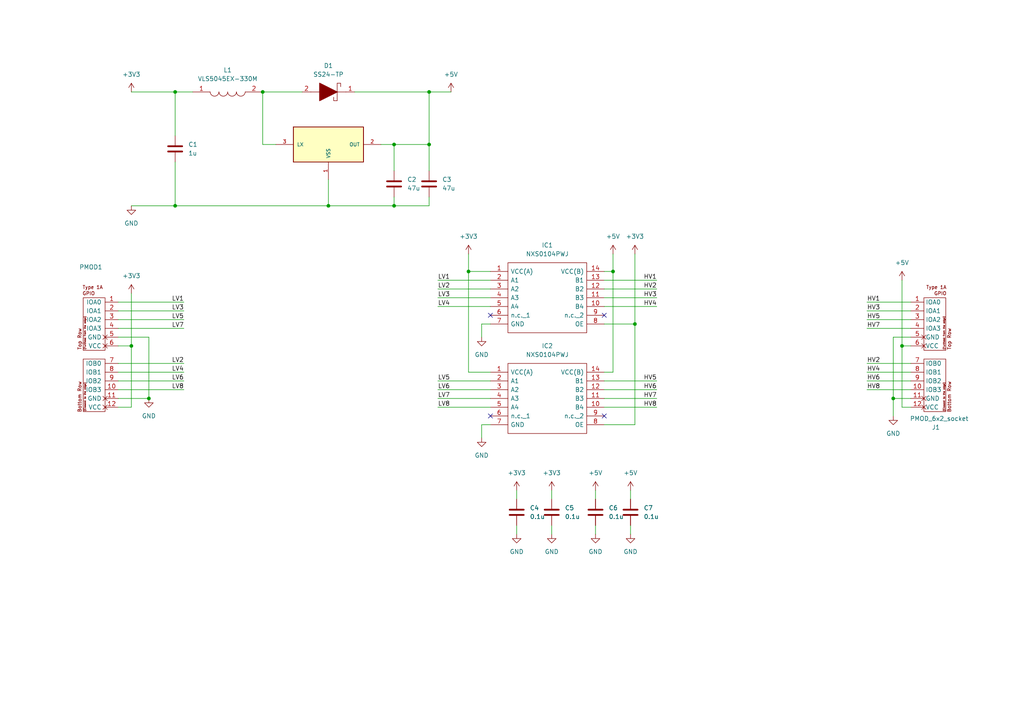
<source format=kicad_sch>
(kicad_sch (version 20211123) (generator eeschema)
  (paper "A4")
  (lib_symbols
    (symbol "Device:C" (pin_numbers hide) (pin_names (offset 0.254))
      (property "Reference" "C" (at 0.635 2.54 0))
      (property "Value" "C" (at 0.635 -2.54 0))
      (symbol "C_0_1"
        (polyline (pts (xy -2.032 -0.762) (xy 2.032 -0.762)) (stroke (width 0.508)))
        (polyline (pts (xy -2.032 0.762) (xy 2.032 0.762)) (stroke (width 0.508)))
      )
      (symbol "C_1_1"
        (pin passive line (at 0 3.81 270) (length 2.794) (name "~") (number "1"))
        (pin passive line (at 0 -3.81 90) (length 2.794) (name "~") (number "2"))
      )
    )
    (symbol "ME2108A:ME2108A" (pin_names (offset 1.016))
      (symbol "ME2108A_0_0"
        (rectangle (start -10.16 -5.08) (end 10.16 5.08) (stroke (width 0.254)) (fill (type background)))
        (pin bidirectional line (at 0 -10.16 90) (length 5.08) (name "VSS") (number "1"))
        (pin bidirectional line (at 15.24 0 180) (length 5.08) (name "OUT") (number "2"))
        (pin bidirectional line (at -15.24 0 0) (length 5.08) (name "LX") (number "3"))
      )
    )
    (symbol "SamacSys_Parts:NXS0104PWJ" (pin_names (offset 0.762))
      (property "Reference" "IC" (at 29.21 7.62 0))
      (property "Value" "NXS0104PWJ" (at 29.21 5.08 0))
      (symbol "NXS0104PWJ_0_0"
        (pin passive line (at 0 0 0) (length 5.08) (name "VCC(A)") (number "1"))
        (pin passive line (at 33.02 -10.16 180) (length 5.08) (name "B4") (number "10"))
        (pin passive line (at 33.02 -7.62 180) (length 5.08) (name "B3") (number "11"))
        (pin passive line (at 33.02 -5.08 180) (length 5.08) (name "B2") (number "12"))
        (pin passive line (at 33.02 -2.54 180) (length 5.08) (name "B1") (number "13"))
        (pin passive line (at 33.02 0 180) (length 5.08) (name "VCC(B)") (number "14"))
        (pin passive line (at 0 -2.54 0) (length 5.08) (name "A1") (number "2"))
        (pin passive line (at 0 -5.08 0) (length 5.08) (name "A2") (number "3"))
        (pin passive line (at 0 -7.62 0) (length 5.08) (name "A3") (number "4"))
        (pin passive line (at 0 -10.16 0) (length 5.08) (name "A4") (number "5"))
        (pin passive line (at 0 -12.7 0) (length 5.08) (name "n.c._1") (number "6"))
        (pin passive line (at 0 -15.24 0) (length 5.08) (name "GND") (number "7"))
        (pin passive line (at 33.02 -15.24 180) (length 5.08) (name "OE") (number "8"))
        (pin passive line (at 33.02 -12.7 180) (length 5.08) (name "n.c._2") (number "9"))
      )
      (symbol "NXS0104PWJ_0_1"
        (polyline (pts (xy 5.08 2.54) (xy 27.94 2.54) (xy 27.94 -17.78) (xy 5.08 -17.78) (xy 5.08 2.54)) (stroke (width 0.1524)))
      )
    )
    (symbol "SamacSys_Parts:SS24-TP" (pin_names (offset 0.762))
      (property "Reference" "D" (at 12.7 8.89 0))
      (property "Value" "SS24-TP" (at 12.7 6.35 0))
      (symbol "SS24-TP_0_0"
        (pin passive line (at 2.54 0 0) (length 2.54) (name "~") (number "1"))
        (pin passive line (at 17.78 0 180) (length 2.54) (name "~") (number "2"))
      )
      (symbol "SS24-TP_0_1"
        (polyline (pts (xy 5.08 0) (xy 7.62 0)) (stroke (width 0.1524)))
        (polyline (pts (xy 7.62 2.54) (xy 7.62 -2.54)) (stroke (width 0.1524)))
        (polyline (pts (xy 12.7 0) (xy 15.24 0)) (stroke (width 0.1524)))
        (polyline (pts (xy 7.62 -2.54) (xy 6.604 -2.54) (xy 6.604 -1.524)) (stroke (width 0.1524)))
        (polyline (pts (xy 7.62 2.54) (xy 8.636 2.54) (xy 8.636 1.524)) (stroke (width 0.1524)))
        (polyline (pts (xy 7.62 0) (xy 12.7 2.54) (xy 12.7 -2.54) (xy 7.62 0)) (stroke (width 0.254)) (fill (type outline)))
      )
    )
    (symbol "SamacSys_Parts:VLS5045EX-330M" (pin_names (offset 0.762))
      (property "Reference" "L" (at 16.51 6.35 0))
      (property "Value" "VLS5045EX-330M" (at 16.51 3.81 0))
      (symbol "VLS5045EX-330M_0_0"
        (pin passive line (at 0 0 0) (length 5.08) (name "~") (number "1"))
        (pin passive line (at 20.32 0 180) (length 5.08) (name "~") (number "2"))
      )
      (symbol "VLS5045EX-330M_0_1"
        (arc (start 5.08 0) (mid 6.35 -1.3218) (end 7.62 0) (stroke (width 0.1524)))
        (arc (start 7.62 0) (mid 8.89 -1.3218) (end 10.16 0) (stroke (width 0.1524)))
        (arc (start 10.16 0) (mid 11.43 -1.3218) (end 12.7 0) (stroke (width 0.1524)))
        (arc (start 12.7 0) (mid 13.97 -1.3218) (end 15.24 0) (stroke (width 0.1524)))
      )
    )
    (symbol "pmod:PMOD-Device-x2-Type-1A-GPIO" (pin_names (offset 1.016))
      (property "Reference" "PMOD" (at -3.302 -1.27 0))
      (property "Datasheet" "https://docs.google.com/a/mithis.com/spreadsheets/d/1D-GboyrP57VVpejQzEm0P1WEORo1LAIt92hk1bZGEoo/edit#gid=0" (at -1.27 7.62 0))
      (symbol "PMOD-Device-x2-Type-1A-GPIO_0_0"
        (text "(Closest to the edge)" (at -5.842 -13.462 900) (effects (font (size 0.508 0.508))))
        (text "(Furthest from the edge)" (at -5.842 5.08 900) (effects (font (size 0.508 0.508))))
        (text "Bottom Row" (at -7.366 -13.462 900) (effects (font (size 0.9906 0.9906))))
        (text "GPIO" (at -6.604 16.51 0) (effects (font (size 0.9906 0.9906)) (justify left)))
        (text "Top Row" (at -7.366 3.302 900) (effects (font (size 0.9906 0.9906))))
        (text "Type 1A" (at -6.604 18.288 0) (effects (font (size 0.9906 0.9906)) (justify left)))
      )
      (symbol "PMOD-Device-x2-Type-1A-GPIO_0_1"
        (rectangle (start -6.35 -2.54) (end 0 -17.78))
        (rectangle (start 0 15.24) (end -6.35 0))
      )
      (symbol "PMOD-Device-x2-Type-1A-GPIO_1_1"
        (pin bidirectional line (at 3.81 13.97 180) (length 3.81) (name "IOA0") (number "1"))
        (pin bidirectional line (at 3.81 -11.43 180) (length 3.81) (name "IOB3") (number "10"))
        (pin power_out non_logic (at 3.81 -13.97 180) (length 3.81) (name "GND") (number "11"))
        (pin power_out non_logic (at 3.81 -16.51 180) (length 3.81) (name "VCC") (number "12"))
        (pin bidirectional line (at 3.81 11.43 180) (length 3.81) (name "IOA1") (number "2"))
        (pin bidirectional line (at 3.81 8.89 180) (length 3.81) (name "IOA2") (number "3"))
        (pin bidirectional line (at 3.81 6.35 180) (length 3.81) (name "IOA3") (number "4"))
        (pin power_out non_logic (at 3.81 3.81 180) (length 3.81) (name "GND") (number "5"))
        (pin power_out non_logic (at 3.81 1.27 180) (length 3.81) (name "VCC") (number "6"))
        (pin bidirectional line (at 3.81 -3.81 180) (length 3.81) (name "IOB0") (number "7"))
        (pin bidirectional line (at 3.81 -6.35 180) (length 3.81) (name "IOB1") (number "8"))
        (pin bidirectional line (at 3.81 -8.89 180) (length 3.81) (name "IOB2") (number "9"))
      )
    )
    (symbol "pmod:PMOD_6x2_socket"
      (property "Reference" "J" (at 0 -21.59 0))
      (property "Value" "PMOD_6x2_socket" (at 0 -19.05 0))
      (symbol "PMOD_6x2_socket_0_0"
        (text "(Closest to the edge)" (at 2.286 -12.7 900) (effects (font (size 0.508 0.508))))
        (text "(Furthest from the edge)" (at 2.286 5.842 900) (effects (font (size 0.508 0.508))))
        (text "Bottom Row" (at 3.81 -12.7 900) (effects (font (size 0.9906 0.9906))))
        (text "GPIO" (at 3.048 17.272 0) (effects (font (size 0.9906 0.9906)) (justify right)))
        (text "Top Row" (at 3.81 4.064 900) (effects (font (size 0.9906 0.9906))))
        (text "Type 1A" (at 3.048 19.05 0) (effects (font (size 0.9906 0.9906)) (justify right)))
      )
      (symbol "PMOD_6x2_socket_0_1"
        (rectangle (start -3.556 -17.018) (end 2.794 -1.778))
        (rectangle (start 2.794 0.762) (end -3.556 16.002))
      )
      (symbol "PMOD_6x2_socket_1_1"
        (pin bidirectional line (at -7.366 14.732 0) (length 3.81) (name "IOA0") (number "1"))
        (pin bidirectional line (at -7.366 -10.668 0) (length 3.81) (name "IOB3") (number "10"))
        (pin power_out non_logic (at -7.366 -13.208 0) (length 3.81) (name "GND") (number "11"))
        (pin power_out non_logic (at -7.366 -15.748 0) (length 3.81) (name "VCC") (number "12"))
        (pin bidirectional line (at -7.366 12.192 0) (length 3.81) (name "IOA1") (number "2"))
        (pin bidirectional line (at -7.366 9.652 0) (length 3.81) (name "IOA2") (number "3"))
        (pin bidirectional line (at -7.366 7.112 0) (length 3.81) (name "IOA3") (number "4"))
        (pin power_out non_logic (at -7.366 4.572 0) (length 3.81) (name "GND") (number "5"))
        (pin power_out non_logic (at -7.366 2.032 0) (length 3.81) (name "VCC") (number "6"))
        (pin bidirectional line (at -7.366 -3.048 0) (length 3.81) (name "IOB0") (number "7"))
        (pin bidirectional line (at -7.366 -5.588 0) (length 3.81) (name "IOB1") (number "8"))
        (pin bidirectional line (at -7.366 -8.128 0) (length 3.81) (name "IOB2") (number "9"))
      )
    )
    (symbol "power:+3V3" (power) (pin_names (offset 0))
      (property "Value" "+3V3" (at 0 3.556 0))
      (symbol "+3V3_0_1"
        (polyline (pts (xy -0.762 1.27) (xy 0 2.54)))
        (polyline (pts (xy 0 0) (xy 0 2.54)))
        (polyline (pts (xy 0 2.54) (xy 0.762 1.27)))
      )
      (symbol "+3V3_1_1"
        (pin power_in line (at 0 0 90) (length 0) hide (name "+3V3") (number "1"))
      )
    )
    (symbol "power:+5V" (power) (pin_names (offset 0))
      (property "Value" "+5V" (at 0 3.556 0))
      (symbol "+5V_0_1"
        (polyline (pts (xy -0.762 1.27) (xy 0 2.54)))
        (polyline (pts (xy 0 0) (xy 0 2.54)))
        (polyline (pts (xy 0 2.54) (xy 0.762 1.27)))
      )
      (symbol "+5V_1_1"
        (pin power_in line (at 0 0 90) (length 0) hide (name "+5V") (number "1"))
      )
    )
    (symbol "power:GND" (power) (pin_names (offset 0))
      (property "Value" "GND" (at 0 -3.81 0))
      (symbol "GND_0_1"
        (polyline (pts (xy 0 0) (xy 0 -1.27) (xy 1.27 -1.27) (xy 0 -2.54) (xy -1.27 -1.27) (xy 0 -1.27)))
      )
      (symbol "GND_1_1"
        (pin power_in line (at 0 0 270) (length 0) hide (name "GND") (number "1"))
      )
    )
  )
  (junction (at 135.89 78.74))
  (junction (at 114.3 41.91))
  (junction (at 76.2 26.67))
  (junction (at 50.8 59.69))
  (junction (at 261.62 100.33))
  (junction (at 124.46 41.91))
  (junction (at 38.1 100.33))
  (junction (at 177.8 78.74))
  (junction (at 124.46 26.67))
  (junction (at 95.25 59.69))
  (junction (at 50.8 26.67))
  (junction (at 259.08 115.57))
  (junction (at 43.18 115.57))
  (junction (at 184.15 93.98))
  (junction (at 114.3 59.69))
  (no_connect (at 175.26 120.65))
  (no_connect (at 142.24 120.65))
  (no_connect (at 142.24 91.44))
  (no_connect (at 175.26 91.44))
  (wire (pts (xy 38.1 59.69) (xy 50.8 59.69)))
  (wire (pts (xy 80.01 41.91) (xy 76.2 41.91)))
  (wire (pts (xy 34.29 107.95) (xy 53.34 107.95)))
  (wire (pts (xy 76.2 26.67) (xy 87.63 26.67)))
  (wire (pts (xy 175.26 81.28) (xy 190.5 81.28)))
  (wire (pts (xy 50.8 26.67) (xy 55.88 26.67)))
  (wire (pts (xy 124.46 59.69) (xy 124.46 57.15)))
  (wire (pts (xy 251.46 92.71) (xy 264.16 92.71)))
  (wire (pts (xy 251.46 90.17) (xy 264.16 90.17)))
  (wire (pts (xy 251.46 110.49) (xy 264.16 110.49)))
  (wire (pts (xy 175.26 110.49) (xy 190.5 110.49)))
  (wire (pts (xy 175.26 118.11) (xy 190.5 118.11)))
  (wire (pts (xy 127 115.57) (xy 142.24 115.57)))
  (wire (pts (xy 34.29 95.25) (xy 53.34 95.25)))
  (wire (pts (xy 139.7 97.79) (xy 139.7 93.98)))
  (wire (pts (xy 127 118.11) (xy 142.24 118.11)))
  (wire (pts (xy 114.3 59.69) (xy 114.3 57.15)))
  (wire (pts (xy 261.62 100.33) (xy 261.62 118.11)))
  (wire (pts (xy 110.49 41.91) (xy 114.3 41.91)))
  (wire (pts (xy 251.46 87.63) (xy 264.16 87.63)))
  (wire (pts (xy 50.8 59.69) (xy 95.25 59.69)))
  (wire (pts (xy 114.3 59.69) (xy 124.46 59.69)))
  (wire (pts (xy 50.8 46.99) (xy 50.8 59.69)))
  (wire (pts (xy 251.46 95.25) (xy 264.16 95.25)))
  (wire (pts (xy 259.08 115.57) (xy 264.16 115.57)))
  (wire (pts (xy 175.26 88.9) (xy 190.5 88.9)))
  (wire (pts (xy 95.25 59.69) (xy 114.3 59.69)))
  (wire (pts (xy 76.2 41.91) (xy 76.2 26.67)))
  (wire (pts (xy 34.29 118.11) (xy 38.1 118.11)))
  (wire (pts (xy 259.08 115.57) (xy 259.08 120.65)))
  (wire (pts (xy 102.87 26.67) (xy 124.46 26.67)))
  (wire (pts (xy 127 113.03) (xy 142.24 113.03)))
  (wire (pts (xy 114.3 41.91) (xy 114.3 49.53)))
  (wire (pts (xy 264.16 118.11) (xy 261.62 118.11)))
  (wire (pts (xy 160.02 142.24) (xy 160.02 144.78)))
  (wire (pts (xy 135.89 107.95) (xy 135.89 78.74)))
  (wire (pts (xy 251.46 113.03) (xy 264.16 113.03)))
  (wire (pts (xy 175.26 123.19) (xy 184.15 123.19)))
  (wire (pts (xy 127 86.36) (xy 142.24 86.36)))
  (wire (pts (xy 264.16 97.79) (xy 259.08 97.79)))
  (wire (pts (xy 127 81.28) (xy 142.24 81.28)))
  (wire (pts (xy 142.24 107.95) (xy 135.89 107.95)))
  (wire (pts (xy 149.86 142.24) (xy 149.86 144.78)))
  (wire (pts (xy 139.7 93.98) (xy 142.24 93.98)))
  (wire (pts (xy 127 88.9) (xy 142.24 88.9)))
  (wire (pts (xy 182.88 152.4) (xy 182.88 154.94)))
  (wire (pts (xy 95.25 52.07) (xy 95.25 59.69)))
  (wire (pts (xy 177.8 78.74) (xy 177.8 73.66)))
  (wire (pts (xy 182.88 142.24) (xy 182.88 144.78)))
  (wire (pts (xy 34.29 110.49) (xy 53.34 110.49)))
  (wire (pts (xy 38.1 26.67) (xy 50.8 26.67)))
  (wire (pts (xy 124.46 26.67) (xy 130.81 26.67)))
  (wire (pts (xy 172.72 142.24) (xy 172.72 144.78)))
  (wire (pts (xy 114.3 41.91) (xy 124.46 41.91)))
  (wire (pts (xy 139.7 123.19) (xy 142.24 123.19)))
  (wire (pts (xy 135.89 78.74) (xy 142.24 78.74)))
  (wire (pts (xy 251.46 105.41) (xy 264.16 105.41)))
  (wire (pts (xy 43.18 97.79) (xy 43.18 115.57)))
  (wire (pts (xy 175.26 107.95) (xy 177.8 107.95)))
  (wire (pts (xy 175.26 93.98) (xy 184.15 93.98)))
  (wire (pts (xy 34.29 105.41) (xy 53.34 105.41)))
  (wire (pts (xy 124.46 26.67) (xy 124.46 41.91)))
  (wire (pts (xy 50.8 26.67) (xy 50.8 39.37)))
  (wire (pts (xy 34.29 97.79) (xy 43.18 97.79)))
  (wire (pts (xy 160.02 152.4) (xy 160.02 154.94)))
  (wire (pts (xy 34.29 113.03) (xy 53.34 113.03)))
  (wire (pts (xy 175.26 78.74) (xy 177.8 78.74)))
  (wire (pts (xy 127 110.49) (xy 142.24 110.49)))
  (wire (pts (xy 175.26 113.03) (xy 190.5 113.03)))
  (wire (pts (xy 149.86 152.4) (xy 149.86 154.94)))
  (wire (pts (xy 38.1 85.09) (xy 38.1 100.33)))
  (wire (pts (xy 261.62 81.28) (xy 261.62 100.33)))
  (wire (pts (xy 38.1 100.33) (xy 38.1 118.11)))
  (wire (pts (xy 184.15 123.19) (xy 184.15 93.98)))
  (wire (pts (xy 175.26 83.82) (xy 190.5 83.82)))
  (wire (pts (xy 34.29 100.33) (xy 38.1 100.33)))
  (wire (pts (xy 175.26 115.57) (xy 190.5 115.57)))
  (wire (pts (xy 34.29 92.71) (xy 53.34 92.71)))
  (wire (pts (xy 135.89 78.74) (xy 135.89 73.66)))
  (wire (pts (xy 124.46 41.91) (xy 124.46 49.53)))
  (wire (pts (xy 34.29 115.57) (xy 43.18 115.57)))
  (wire (pts (xy 259.08 97.79) (xy 259.08 115.57)))
  (wire (pts (xy 261.62 100.33) (xy 264.16 100.33)))
  (wire (pts (xy 34.29 90.17) (xy 53.34 90.17)))
  (wire (pts (xy 177.8 107.95) (xy 177.8 78.74)))
  (wire (pts (xy 251.46 107.95) (xy 264.16 107.95)))
  (wire (pts (xy 34.29 87.63) (xy 53.34 87.63)))
  (wire (pts (xy 184.15 93.98) (xy 184.15 73.66)))
  (wire (pts (xy 172.72 152.4) (xy 172.72 154.94)))
  (wire (pts (xy 175.26 86.36) (xy 190.5 86.36)))
  (wire (pts (xy 139.7 127) (xy 139.7 123.19)))
  (wire (pts (xy 127 83.82) (xy 142.24 83.82)))
  (label "HV7" (at 190.5 115.57 180))
  (label "LV8" (at 53.34 113.03 180))
  (label "LV4" (at 53.34 107.95 180))
  (label "LV7" (at 127 115.57 0))
  (label "HV2" (at 251.46 105.41 0))
  (label "LV3" (at 127 86.36 0))
  (label "LV2" (at 127 83.82 0))
  (label "HV3" (at 190.5 86.36 180))
  (label "HV8" (at 190.5 118.11 180))
  (label "LV1" (at 127 81.28 0))
  (label "HV1" (at 190.5 81.28 180))
  (label "LV3" (at 53.34 90.17 180))
  (label "LV4" (at 127 88.9 0))
  (label "LV7" (at 53.34 95.25 180))
  (label "HV6" (at 190.5 113.03 180))
  (label "LV6" (at 53.34 110.49 180))
  (label "LV6" (at 127 113.03 0))
  (label "HV4" (at 251.46 107.95 0))
  (label "HV5" (at 190.5 110.49 180))
  (label "LV1" (at 53.34 87.63 180))
  (label "HV3" (at 251.46 90.17 0))
  (label "HV2" (at 190.5 83.82 180))
  (label "HV1" (at 251.46 87.63 0))
  (label "LV8" (at 127 118.11 0))
  (label "HV8" (at 251.46 113.03 0))
  (label "HV6" (at 251.46 110.49 0))
  (label "LV5" (at 53.34 92.71 180))
  (label "LV5" (at 127 110.49 0))
  (label "HV4" (at 190.5 88.9 180))
  (label "HV5" (at 251.46 92.71 0))
  (label "LV2" (at 53.34 105.41 180))
  (label "HV7" (at 251.46 95.25 0))
  (symbol (lib_id "SamacSys_Parts:NXS0104PWJ") (at 142.24 78.74 0) (unit 1)
    (property "Reference" "IC1" (at 158.75 71.12 0))
    (property "Value" "NXS0104PWJ" (at 158.75 73.66 0))
    (property "Footprint" "SOP65P640X110-14N" (effects hide))
    (property "Datasheet" "https://assets.nexperia.com/documents/data-sheet/NXS0104.pdf" (effects hide))
    (property "Description" "NXS0104 - Dual supply translating transceiver; open drain; autodirectionsensing@en-us" (effects hide))
    (property "Height" "1.1" (effects hide))
    (property "Mouser Part Number" "771-NXS0104PWJ" (effects hide))
    (property "Mouser Price/Stock" "https://www.mouser.co.uk/ProductDetail/Nexperia/NXS0104PWJ?qs=vLWxofP3U2yYSKEMXw647Q%3D%3D" (effects hide))
    (property "Manufacturer_Name" "Nexperia" (effects hide))
    (property "Manufacturer_Part_Number" "NXS0104PWJ" (effects hide))
  )
  (symbol (lib_id "Device:C") (at 114.3 53.34 0) (unit 1)
    (property "Reference" "C2" (at 118.11 52.0699 0) (effects (justify left)))
    (property "Value" "47u" (at 118.11 54.6099 0) (effects (justify left)))
    (property "Footprint" "Capacitor_SMD:C_1206_3216Metric" (effects hide))
  )
  (symbol (lib_id "Device:C") (at 50.8 43.18 0) (unit 1)
    (property "Reference" "C1" (at 54.61 41.9099 0) (effects (justify left)))
    (property "Value" "1u" (at 54.61 44.4499 0) (effects (justify left)))
    (property "Footprint" "Capacitor_SMD:C_0805_2012Metric" (effects hide))
  )
  (symbol (lib_id "Device:C") (at 149.86 148.59 0) (unit 1)
    (property "Reference" "C4" (at 153.67 147.3199 0) (effects (justify left)))
    (property "Value" "0.1u" (at 153.67 149.8599 0) (effects (justify left)))
    (property "Footprint" "Capacitor_SMD:C_0805_2012Metric" (effects hide))
  )
  (symbol (lib_id "power:+3V3") (at 38.1 85.09 0) (unit 1)
    (property "Reference" "#PWR0103" (effects hide))
    (property "Value" "+3V3" (at 38.1 80.01 0))
  )
  (symbol (lib_id "power:+3V3") (at 184.15 73.66 0) (unit 1)
    (property "Reference" "#PWR0114" (effects hide))
    (property "Value" "+3V3" (at 184.15 68.58 0))
  )
  (symbol (lib_id "power:+3V3") (at 160.02 142.24 0) (unit 1)
    (property "Reference" "#PWR0107" (effects hide))
    (property "Value" "+3V3" (at 160.02 137.16 0))
  )
  (symbol (lib_id "power:+5V") (at 177.8 73.66 0) (unit 1)
    (property "Reference" "#PWR0113" (effects hide))
    (property "Value" "+5V" (at 177.8 68.58 0))
  )
  (symbol (lib_id "Device:C") (at 182.88 148.59 0) (unit 1)
    (property "Reference" "C7" (at 186.69 147.3199 0) (effects (justify left)))
    (property "Value" "0.1u" (at 186.69 149.8599 0) (effects (justify left)))
    (property "Footprint" "Capacitor_SMD:C_0805_2012Metric" (effects hide))
  )
  (symbol (lib_id "Device:C") (at 172.72 148.59 0) (unit 1)
    (property "Reference" "C6" (at 176.53 147.3199 0) (effects (justify left)))
    (property "Value" "0.1u" (at 176.53 149.8599 0) (effects (justify left)))
    (property "Footprint" "Capacitor_SMD:C_0805_2012Metric" (effects hide))
  )
  (symbol (lib_id "power:GND") (at 139.7 127 0) (unit 1)
    (property "Reference" "#PWR0111" (effects hide))
    (property "Value" "GND" (at 139.7 132.08 0))
  )
  (symbol (lib_id "Device:C") (at 124.46 53.34 0) (unit 1)
    (property "Reference" "C3" (at 128.27 52.0699 0) (effects (justify left)))
    (property "Value" "47u" (at 128.27 54.6099 0) (effects (justify left)))
    (property "Footprint" "Capacitor_SMD:C_1206_3216Metric" (effects hide))
  )
  (symbol (lib_id "pmod:PMOD-Device-x2-Type-1A-GPIO") (at 30.48 101.6 0) (unit 1)
    (property "Reference" "PMOD1" (at 26.3518 77.47 0))
    (property "Value" "PMOD-Device-x2-Type-1A-GPIO" (effects hide))
    (property "Footprint" "pmod-conn_6x2:pmod_6x2_pin" (effects hide))
    (property "Datasheet" "https://docs.google.com/a/mithis.com/spreadsheets/d/1D-GboyrP57VVpejQzEm0P1WEORo1LAIt92hk1bZGEoo/edit#gid=0" (effects hide))
  )
  (symbol (lib_id "SamacSys_Parts:VLS5045EX-330M") (at 55.88 26.67 0) (unit 1)
    (property "Reference" "L1" (at 66.04 20.32 0))
    (property "Value" "VLS5045EX-330M" (at 66.04 22.86 0))
    (property "Footprint" "VLS5045EX330M" (effects hide))
    (property "Datasheet" "https://product.tdk.com/system/files/dam/doc/product/inductor/inductor/smd/catalog/inductor_commercial_power_vls5045ex_en.pdf" (effects hide))
    (property "Description" "Wirewound Inductor 33uH 1.3A 240 mOhm TDK VLS-EX Series Shielded Wire-wound SMD Inductor with a Ferrite Core, 33 uH +/-20% Wire-Wound 1.3A Idc" (effects hide))
    (property "Height" "4" (effects hide))
    (property "Mouser Part Number" "810-VLS5045EX-330M" (effects hide))
    (property "Mouser Price/Stock" "https://www.mouser.co.uk/ProductDetail/TDK/VLS5045EX-330M?qs=oF%2FSscNnLpCx3nBgUD0eJQ%3D%3D" (effects hide))
    (property "Manufacturer_Name" "TDK" (effects hide))
    (property "Manufacturer_Part_Number" "VLS5045EX-330M" (effects hide))
  )
  (symbol (lib_id "power:GND") (at 182.88 154.94 0) (unit 1)
    (property "Reference" "#PWR0118" (effects hide))
    (property "Value" "GND" (at 182.88 160.02 0))
  )
  (symbol (lib_id "power:GND") (at 149.86 154.94 0) (unit 1)
    (property "Reference" "#PWR0108" (effects hide))
    (property "Value" "GND" (at 149.86 160.02 0))
  )
  (symbol (lib_id "SamacSys_Parts:SS24-TP") (at 105.41 26.67 180) (unit 1)
    (property "Reference" "D1" (at 95.25 19.05 0))
    (property "Value" "SS24-TP" (at 95.25 21.59 0))
    (property "Footprint" "DIOM5427X315N" (effects hide))
    (property "Datasheet" "https://componentsearchengine.com/Datasheets/1/SS24-TP.pdf" (effects hide))
    (property "Description" "Diode Schottky 40V 2A 2-Pin SMA T/R" (effects hide))
    (property "Height" "3.15" (effects hide))
    (property "Mouser Part Number" "833-SS24-TP" (effects hide))
    (property "Mouser Price/Stock" "https://www.mouser.com/Search/Refine.aspx?Keyword=833-SS24-TP" (effects hide))
    (property "Manufacturer_Name" "Micro Commercial Components (MCC)" (effects hide))
    (property "Manufacturer_Part_Number" "SS24-TP" (effects hide))
  )
  (symbol (lib_id "power:+3V3") (at 38.1 26.67 0) (unit 1)
    (property "Reference" "#PWR0105" (effects hide))
    (property "Value" "+3V3" (at 38.1 21.59 0))
  )
  (symbol (lib_id "power:GND") (at 43.18 115.57 0) (unit 1)
    (property "Reference" "#PWR0106" (effects hide))
    (property "Value" "GND" (at 43.18 120.65 0))
  )
  (symbol (lib_id "power:GND") (at 259.08 120.65 0) (unit 1)
    (property "Reference" "#PWR?" (effects hide))
    (property "Value" "GND" (at 259.08 125.73 0))
  )
  (symbol (lib_id "pmod:PMOD_6x2_socket") (at 271.526 102.362 0) (unit 1)
    (property "Reference" "J1" (at 270.256 123.952 0) (effects (justify left)))
    (property "Value" "PMOD_6x2_socket" (at 263.906 121.412 0) (effects (justify left)))
    (property "Footprint" "pmod-conn_6x2:pmod_6x2_socket" (effects hide))
  )
  (symbol (lib_id "power:+5V") (at 261.62 81.28 0) (unit 1)
    (property "Reference" "#PWR?" (effects hide))
    (property "Value" "+5V" (at 261.62 76.2 0))
  )
  (symbol (lib_id "SamacSys_Parts:NXS0104PWJ") (at 142.24 107.95 0) (unit 1)
    (property "Reference" "IC2" (at 158.75 100.33 0))
    (property "Value" "NXS0104PWJ" (at 158.75 102.87 0))
    (property "Footprint" "SOP65P640X110-14N" (effects hide))
    (property "Datasheet" "https://assets.nexperia.com/documents/data-sheet/NXS0104.pdf" (effects hide))
    (property "Description" "NXS0104 - Dual supply translating transceiver; open drain; autodirectionsensing@en-us" (effects hide))
    (property "Height" "1.1" (effects hide))
    (property "Mouser Part Number" "771-NXS0104PWJ" (effects hide))
    (property "Mouser Price/Stock" "https://www.mouser.co.uk/ProductDetail/Nexperia/NXS0104PWJ?qs=vLWxofP3U2yYSKEMXw647Q%3D%3D" (effects hide))
    (property "Manufacturer_Name" "Nexperia" (effects hide))
    (property "Manufacturer_Part_Number" "NXS0104PWJ" (effects hide))
  )
  (symbol (lib_id "power:GND") (at 160.02 154.94 0) (unit 1)
    (property "Reference" "#PWR0109" (effects hide))
    (property "Value" "GND" (at 160.02 160.02 0))
  )
  (symbol (lib_id "power:+5V") (at 182.88 142.24 0) (unit 1)
    (property "Reference" "#PWR0116" (effects hide))
    (property "Value" "+5V" (at 182.88 137.16 0))
  )
  (symbol (lib_id "power:+5V") (at 130.81 26.67 0) (unit 1)
    (property "Reference" "#PWR0102" (effects hide))
    (property "Value" "+5V" (at 130.81 21.59 0))
  )
  (symbol (lib_id "power:+3V3") (at 149.86 142.24 0) (unit 1)
    (property "Reference" "#PWR0110" (effects hide))
    (property "Value" "+3V3" (at 149.86 137.16 0))
  )
  (symbol (lib_id "power:+5V") (at 172.72 142.24 0) (unit 1)
    (property "Reference" "#PWR0115" (effects hide))
    (property "Value" "+5V" (at 172.72 137.16 0))
  )
  (symbol (lib_id "ME2108A:ME2108A") (at 95.25 41.91 0) (unit 1)
    (property "Reference" "U1" (effects hide))
    (property "Value" "ME2108A" (effects hide))
    (property "Footprint" "SOT89" (effects hide))
  )
  (symbol (lib_id "power:+3V3") (at 135.89 73.66 0) (unit 1)
    (property "Reference" "#PWR0101" (effects hide))
    (property "Value" "+3V3" (at 135.89 68.58 0))
  )
  (symbol (lib_id "power:GND") (at 172.72 154.94 0) (unit 1)
    (property "Reference" "#PWR0117" (effects hide))
    (property "Value" "GND" (at 172.72 160.02 0))
  )
  (symbol (lib_id "power:GND") (at 139.7 97.79 0) (unit 1)
    (property "Reference" "#PWR0112" (effects hide))
    (property "Value" "GND" (at 139.7 102.87 0))
  )
  (symbol (lib_id "Device:C") (at 160.02 148.59 0) (unit 1)
    (property "Reference" "C5" (at 163.83 147.3199 0) (effects (justify left)))
    (property "Value" "0.1u" (at 163.83 149.8599 0) (effects (justify left)))
    (property "Footprint" "Capacitor_SMD:C_0805_2012Metric" (effects hide))
  )
  (symbol (lib_id "power:GND") (at 38.1 59.69 0) (unit 1)
    (property "Reference" "#PWR0104" (effects hide))
    (property "Value" "GND" (at 38.1 64.77 0))
  )
)
</source>
